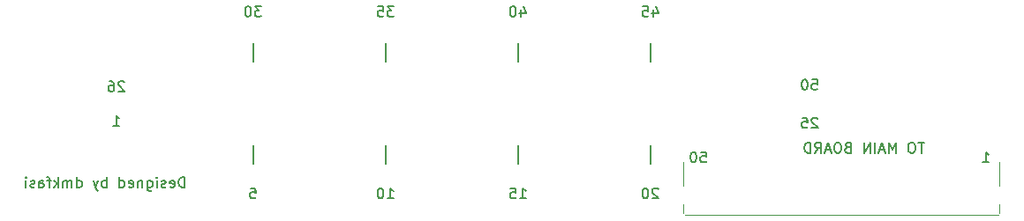
<source format=gbr>
G04 #@! TF.FileFunction,Legend,Bot*
%FSLAX46Y46*%
G04 Gerber Fmt 4.6, Leading zero omitted, Abs format (unit mm)*
G04 Created by KiCad (PCBNEW 4.0.6) date Mon Sep  4 14:46:53 2017*
%MOMM*%
%LPD*%
G01*
G04 APERTURE LIST*
%ADD10C,0.100000*%
%ADD11C,0.150000*%
G04 APERTURE END LIST*
D10*
D11*
X57149048Y-46172381D02*
X57149048Y-45172381D01*
X56910953Y-45172381D01*
X56768095Y-45220000D01*
X56672857Y-45315238D01*
X56625238Y-45410476D01*
X56577619Y-45600952D01*
X56577619Y-45743810D01*
X56625238Y-45934286D01*
X56672857Y-46029524D01*
X56768095Y-46124762D01*
X56910953Y-46172381D01*
X57149048Y-46172381D01*
X55768095Y-46124762D02*
X55863333Y-46172381D01*
X56053810Y-46172381D01*
X56149048Y-46124762D01*
X56196667Y-46029524D01*
X56196667Y-45648571D01*
X56149048Y-45553333D01*
X56053810Y-45505714D01*
X55863333Y-45505714D01*
X55768095Y-45553333D01*
X55720476Y-45648571D01*
X55720476Y-45743810D01*
X56196667Y-45839048D01*
X55339524Y-46124762D02*
X55244286Y-46172381D01*
X55053810Y-46172381D01*
X54958571Y-46124762D01*
X54910952Y-46029524D01*
X54910952Y-45981905D01*
X54958571Y-45886667D01*
X55053810Y-45839048D01*
X55196667Y-45839048D01*
X55291905Y-45791429D01*
X55339524Y-45696190D01*
X55339524Y-45648571D01*
X55291905Y-45553333D01*
X55196667Y-45505714D01*
X55053810Y-45505714D01*
X54958571Y-45553333D01*
X54482381Y-46172381D02*
X54482381Y-45505714D01*
X54482381Y-45172381D02*
X54530000Y-45220000D01*
X54482381Y-45267619D01*
X54434762Y-45220000D01*
X54482381Y-45172381D01*
X54482381Y-45267619D01*
X53577619Y-45505714D02*
X53577619Y-46315238D01*
X53625238Y-46410476D01*
X53672857Y-46458095D01*
X53768096Y-46505714D01*
X53910953Y-46505714D01*
X54006191Y-46458095D01*
X53577619Y-46124762D02*
X53672857Y-46172381D01*
X53863334Y-46172381D01*
X53958572Y-46124762D01*
X54006191Y-46077143D01*
X54053810Y-45981905D01*
X54053810Y-45696190D01*
X54006191Y-45600952D01*
X53958572Y-45553333D01*
X53863334Y-45505714D01*
X53672857Y-45505714D01*
X53577619Y-45553333D01*
X53101429Y-45505714D02*
X53101429Y-46172381D01*
X53101429Y-45600952D02*
X53053810Y-45553333D01*
X52958572Y-45505714D01*
X52815714Y-45505714D01*
X52720476Y-45553333D01*
X52672857Y-45648571D01*
X52672857Y-46172381D01*
X51815714Y-46124762D02*
X51910952Y-46172381D01*
X52101429Y-46172381D01*
X52196667Y-46124762D01*
X52244286Y-46029524D01*
X52244286Y-45648571D01*
X52196667Y-45553333D01*
X52101429Y-45505714D01*
X51910952Y-45505714D01*
X51815714Y-45553333D01*
X51768095Y-45648571D01*
X51768095Y-45743810D01*
X52244286Y-45839048D01*
X50910952Y-46172381D02*
X50910952Y-45172381D01*
X50910952Y-46124762D02*
X51006190Y-46172381D01*
X51196667Y-46172381D01*
X51291905Y-46124762D01*
X51339524Y-46077143D01*
X51387143Y-45981905D01*
X51387143Y-45696190D01*
X51339524Y-45600952D01*
X51291905Y-45553333D01*
X51196667Y-45505714D01*
X51006190Y-45505714D01*
X50910952Y-45553333D01*
X49672857Y-46172381D02*
X49672857Y-45172381D01*
X49672857Y-45553333D02*
X49577619Y-45505714D01*
X49387142Y-45505714D01*
X49291904Y-45553333D01*
X49244285Y-45600952D01*
X49196666Y-45696190D01*
X49196666Y-45981905D01*
X49244285Y-46077143D01*
X49291904Y-46124762D01*
X49387142Y-46172381D01*
X49577619Y-46172381D01*
X49672857Y-46124762D01*
X48863333Y-45505714D02*
X48625238Y-46172381D01*
X48387142Y-45505714D02*
X48625238Y-46172381D01*
X48720476Y-46410476D01*
X48768095Y-46458095D01*
X48863333Y-46505714D01*
X46815713Y-46172381D02*
X46815713Y-45172381D01*
X46815713Y-46124762D02*
X46910951Y-46172381D01*
X47101428Y-46172381D01*
X47196666Y-46124762D01*
X47244285Y-46077143D01*
X47291904Y-45981905D01*
X47291904Y-45696190D01*
X47244285Y-45600952D01*
X47196666Y-45553333D01*
X47101428Y-45505714D01*
X46910951Y-45505714D01*
X46815713Y-45553333D01*
X46339523Y-46172381D02*
X46339523Y-45505714D01*
X46339523Y-45600952D02*
X46291904Y-45553333D01*
X46196666Y-45505714D01*
X46053808Y-45505714D01*
X45958570Y-45553333D01*
X45910951Y-45648571D01*
X45910951Y-46172381D01*
X45910951Y-45648571D02*
X45863332Y-45553333D01*
X45768094Y-45505714D01*
X45625237Y-45505714D01*
X45529999Y-45553333D01*
X45482380Y-45648571D01*
X45482380Y-46172381D01*
X45006190Y-46172381D02*
X45006190Y-45172381D01*
X44910952Y-45791429D02*
X44625237Y-46172381D01*
X44625237Y-45505714D02*
X45006190Y-45886667D01*
X44339523Y-45505714D02*
X43958571Y-45505714D01*
X44196666Y-46172381D02*
X44196666Y-45315238D01*
X44149047Y-45220000D01*
X44053809Y-45172381D01*
X43958571Y-45172381D01*
X43196665Y-46172381D02*
X43196665Y-45648571D01*
X43244284Y-45553333D01*
X43339522Y-45505714D01*
X43529999Y-45505714D01*
X43625237Y-45553333D01*
X43196665Y-46124762D02*
X43291903Y-46172381D01*
X43529999Y-46172381D01*
X43625237Y-46124762D01*
X43672856Y-46029524D01*
X43672856Y-45934286D01*
X43625237Y-45839048D01*
X43529999Y-45791429D01*
X43291903Y-45791429D01*
X43196665Y-45743810D01*
X42768094Y-46124762D02*
X42672856Y-46172381D01*
X42482380Y-46172381D01*
X42387141Y-46124762D01*
X42339522Y-46029524D01*
X42339522Y-45981905D01*
X42387141Y-45886667D01*
X42482380Y-45839048D01*
X42625237Y-45839048D01*
X42720475Y-45791429D01*
X42768094Y-45696190D01*
X42768094Y-45648571D01*
X42720475Y-45553333D01*
X42625237Y-45505714D01*
X42482380Y-45505714D01*
X42387141Y-45553333D01*
X41910951Y-46172381D02*
X41910951Y-45505714D01*
X41910951Y-45172381D02*
X41958570Y-45220000D01*
X41910951Y-45267619D01*
X41863332Y-45220000D01*
X41910951Y-45172381D01*
X41910951Y-45267619D01*
X133699285Y-43759381D02*
X134270714Y-43759381D01*
X133985000Y-43759381D02*
X133985000Y-42759381D01*
X134080238Y-42902238D01*
X134175476Y-42997476D01*
X134270714Y-43045095D01*
X106664095Y-42759381D02*
X107140286Y-42759381D01*
X107187905Y-43235571D01*
X107140286Y-43187952D01*
X107045048Y-43140333D01*
X106806952Y-43140333D01*
X106711714Y-43187952D01*
X106664095Y-43235571D01*
X106616476Y-43330810D01*
X106616476Y-43568905D01*
X106664095Y-43664143D01*
X106711714Y-43711762D01*
X106806952Y-43759381D01*
X107045048Y-43759381D01*
X107140286Y-43711762D01*
X107187905Y-43664143D01*
X105997429Y-42759381D02*
X105902190Y-42759381D01*
X105806952Y-42807000D01*
X105759333Y-42854619D01*
X105711714Y-42949857D01*
X105664095Y-43140333D01*
X105664095Y-43378429D01*
X105711714Y-43568905D01*
X105759333Y-43664143D01*
X105806952Y-43711762D01*
X105902190Y-43759381D01*
X105997429Y-43759381D01*
X106092667Y-43711762D01*
X106140286Y-43664143D01*
X106187905Y-43568905D01*
X106235524Y-43378429D01*
X106235524Y-43140333D01*
X106187905Y-42949857D01*
X106140286Y-42854619D01*
X106092667Y-42807000D01*
X105997429Y-42759381D01*
X63708000Y-43940000D02*
X63708000Y-42100000D01*
X76408000Y-43940000D02*
X76408000Y-42100000D01*
X89118000Y-43940000D02*
X89118000Y-42100000D01*
X101818000Y-43940000D02*
X101818000Y-42100000D01*
X101818000Y-34100000D02*
X101818000Y-32260000D01*
X89118000Y-34100000D02*
X89118000Y-32260000D01*
X76408000Y-34100000D02*
X76408000Y-32260000D01*
X63708000Y-34100000D02*
X63708000Y-32260000D01*
D10*
X135211000Y-48846000D02*
X105111000Y-48846000D01*
X105011000Y-43696000D02*
X105011000Y-45996000D01*
X135311000Y-43696000D02*
X135311000Y-45996000D01*
X135311000Y-47796000D02*
X135311000Y-48646000D01*
X105011000Y-48646000D02*
X105011000Y-47796000D01*
D11*
X117332095Y-35774381D02*
X117808286Y-35774381D01*
X117855905Y-36250571D01*
X117808286Y-36202952D01*
X117713048Y-36155333D01*
X117474952Y-36155333D01*
X117379714Y-36202952D01*
X117332095Y-36250571D01*
X117284476Y-36345810D01*
X117284476Y-36583905D01*
X117332095Y-36679143D01*
X117379714Y-36726762D01*
X117474952Y-36774381D01*
X117713048Y-36774381D01*
X117808286Y-36726762D01*
X117855905Y-36679143D01*
X116665429Y-35774381D02*
X116570190Y-35774381D01*
X116474952Y-35822000D01*
X116427333Y-35869619D01*
X116379714Y-35964857D01*
X116332095Y-36155333D01*
X116332095Y-36393429D01*
X116379714Y-36583905D01*
X116427333Y-36679143D01*
X116474952Y-36726762D01*
X116570190Y-36774381D01*
X116665429Y-36774381D01*
X116760667Y-36726762D01*
X116808286Y-36679143D01*
X116855905Y-36583905D01*
X116903524Y-36393429D01*
X116903524Y-36155333D01*
X116855905Y-35964857D01*
X116808286Y-35869619D01*
X116760667Y-35822000D01*
X116665429Y-35774381D01*
X102103714Y-29086910D02*
X102103714Y-29753577D01*
X102341810Y-28705958D02*
X102579905Y-29420244D01*
X101960857Y-29420244D01*
X101103714Y-28753577D02*
X101579905Y-28753577D01*
X101627524Y-29229767D01*
X101579905Y-29182148D01*
X101484667Y-29134529D01*
X101246571Y-29134529D01*
X101151333Y-29182148D01*
X101103714Y-29229767D01*
X101056095Y-29325006D01*
X101056095Y-29563101D01*
X101103714Y-29658339D01*
X101151333Y-29705958D01*
X101246571Y-29753577D01*
X101484667Y-29753577D01*
X101579905Y-29705958D01*
X101627524Y-29658339D01*
X89403714Y-29086910D02*
X89403714Y-29753577D01*
X89641810Y-28705958D02*
X89879905Y-29420244D01*
X89260857Y-29420244D01*
X88689429Y-28753577D02*
X88594190Y-28753577D01*
X88498952Y-28801196D01*
X88451333Y-28848815D01*
X88403714Y-28944053D01*
X88356095Y-29134529D01*
X88356095Y-29372625D01*
X88403714Y-29563101D01*
X88451333Y-29658339D01*
X88498952Y-29705958D01*
X88594190Y-29753577D01*
X88689429Y-29753577D01*
X88784667Y-29705958D01*
X88832286Y-29658339D01*
X88879905Y-29563101D01*
X88927524Y-29372625D01*
X88927524Y-29134529D01*
X88879905Y-28944053D01*
X88832286Y-28848815D01*
X88784667Y-28801196D01*
X88689429Y-28753577D01*
X77227524Y-28753577D02*
X76608476Y-28753577D01*
X76941810Y-29134529D01*
X76798952Y-29134529D01*
X76703714Y-29182148D01*
X76656095Y-29229767D01*
X76608476Y-29325006D01*
X76608476Y-29563101D01*
X76656095Y-29658339D01*
X76703714Y-29705958D01*
X76798952Y-29753577D01*
X77084667Y-29753577D01*
X77179905Y-29705958D01*
X77227524Y-29658339D01*
X75703714Y-28753577D02*
X76179905Y-28753577D01*
X76227524Y-29229767D01*
X76179905Y-29182148D01*
X76084667Y-29134529D01*
X75846571Y-29134529D01*
X75751333Y-29182148D01*
X75703714Y-29229767D01*
X75656095Y-29325006D01*
X75656095Y-29563101D01*
X75703714Y-29658339D01*
X75751333Y-29705958D01*
X75846571Y-29753577D01*
X76084667Y-29753577D01*
X76179905Y-29705958D01*
X76227524Y-29658339D01*
X64517524Y-28753577D02*
X63898476Y-28753577D01*
X64231810Y-29134529D01*
X64088952Y-29134529D01*
X63993714Y-29182148D01*
X63946095Y-29229767D01*
X63898476Y-29325006D01*
X63898476Y-29563101D01*
X63946095Y-29658339D01*
X63993714Y-29705958D01*
X64088952Y-29753577D01*
X64374667Y-29753577D01*
X64469905Y-29705958D01*
X64517524Y-29658339D01*
X63279429Y-28753577D02*
X63184190Y-28753577D01*
X63088952Y-28801196D01*
X63041333Y-28848815D01*
X62993714Y-28944053D01*
X62946095Y-29134529D01*
X62946095Y-29372625D01*
X62993714Y-29563101D01*
X63041333Y-29658339D01*
X63088952Y-29705958D01*
X63184190Y-29753577D01*
X63279429Y-29753577D01*
X63374667Y-29705958D01*
X63422286Y-29658339D01*
X63469905Y-29563101D01*
X63517524Y-29372625D01*
X63517524Y-29134529D01*
X63469905Y-28944053D01*
X63422286Y-28848815D01*
X63374667Y-28801196D01*
X63279429Y-28753577D01*
X51361905Y-36047619D02*
X51314286Y-36000000D01*
X51219048Y-35952381D01*
X50980952Y-35952381D01*
X50885714Y-36000000D01*
X50838095Y-36047619D01*
X50790476Y-36142857D01*
X50790476Y-36238095D01*
X50838095Y-36380952D01*
X51409524Y-36952381D01*
X50790476Y-36952381D01*
X49933333Y-35952381D02*
X50123810Y-35952381D01*
X50219048Y-36000000D01*
X50266667Y-36047619D01*
X50361905Y-36190476D01*
X50409524Y-36380952D01*
X50409524Y-36761905D01*
X50361905Y-36857143D01*
X50314286Y-36904762D01*
X50219048Y-36952381D01*
X50028571Y-36952381D01*
X49933333Y-36904762D01*
X49885714Y-36857143D01*
X49838095Y-36761905D01*
X49838095Y-36523810D01*
X49885714Y-36428571D01*
X49933333Y-36380952D01*
X50028571Y-36333333D01*
X50219048Y-36333333D01*
X50314286Y-36380952D01*
X50361905Y-36428571D01*
X50409524Y-36523810D01*
X117855905Y-39552619D02*
X117808286Y-39505000D01*
X117713048Y-39457381D01*
X117474952Y-39457381D01*
X117379714Y-39505000D01*
X117332095Y-39552619D01*
X117284476Y-39647857D01*
X117284476Y-39743095D01*
X117332095Y-39885952D01*
X117903524Y-40457381D01*
X117284476Y-40457381D01*
X116379714Y-39457381D02*
X116855905Y-39457381D01*
X116903524Y-39933571D01*
X116855905Y-39885952D01*
X116760667Y-39838333D01*
X116522571Y-39838333D01*
X116427333Y-39885952D01*
X116379714Y-39933571D01*
X116332095Y-40028810D01*
X116332095Y-40266905D01*
X116379714Y-40362143D01*
X116427333Y-40409762D01*
X116522571Y-40457381D01*
X116760667Y-40457381D01*
X116855905Y-40409762D01*
X116903524Y-40362143D01*
X102579905Y-46324781D02*
X102532286Y-46277162D01*
X102437048Y-46229543D01*
X102198952Y-46229543D01*
X102103714Y-46277162D01*
X102056095Y-46324781D01*
X102008476Y-46420019D01*
X102008476Y-46515257D01*
X102056095Y-46658114D01*
X102627524Y-47229543D01*
X102008476Y-47229543D01*
X101389429Y-46229543D02*
X101294190Y-46229543D01*
X101198952Y-46277162D01*
X101151333Y-46324781D01*
X101103714Y-46420019D01*
X101056095Y-46610495D01*
X101056095Y-46848591D01*
X101103714Y-47039067D01*
X101151333Y-47134305D01*
X101198952Y-47181924D01*
X101294190Y-47229543D01*
X101389429Y-47229543D01*
X101484667Y-47181924D01*
X101532286Y-47134305D01*
X101579905Y-47039067D01*
X101627524Y-46848591D01*
X101627524Y-46610495D01*
X101579905Y-46420019D01*
X101532286Y-46324781D01*
X101484667Y-46277162D01*
X101389429Y-46229543D01*
X89308476Y-47229543D02*
X89879905Y-47229543D01*
X89594191Y-47229543D02*
X89594191Y-46229543D01*
X89689429Y-46372400D01*
X89784667Y-46467638D01*
X89879905Y-46515257D01*
X88403714Y-46229543D02*
X88879905Y-46229543D01*
X88927524Y-46705733D01*
X88879905Y-46658114D01*
X88784667Y-46610495D01*
X88546571Y-46610495D01*
X88451333Y-46658114D01*
X88403714Y-46705733D01*
X88356095Y-46800972D01*
X88356095Y-47039067D01*
X88403714Y-47134305D01*
X88451333Y-47181924D01*
X88546571Y-47229543D01*
X88784667Y-47229543D01*
X88879905Y-47181924D01*
X88927524Y-47134305D01*
X76598476Y-47229543D02*
X77169905Y-47229543D01*
X76884191Y-47229543D02*
X76884191Y-46229543D01*
X76979429Y-46372400D01*
X77074667Y-46467638D01*
X77169905Y-46515257D01*
X75979429Y-46229543D02*
X75884190Y-46229543D01*
X75788952Y-46277162D01*
X75741333Y-46324781D01*
X75693714Y-46420019D01*
X75646095Y-46610495D01*
X75646095Y-46848591D01*
X75693714Y-47039067D01*
X75741333Y-47134305D01*
X75788952Y-47181924D01*
X75884190Y-47229543D01*
X75979429Y-47229543D01*
X76074667Y-47181924D01*
X76122286Y-47134305D01*
X76169905Y-47039067D01*
X76217524Y-46848591D01*
X76217524Y-46610495D01*
X76169905Y-46420019D01*
X76122286Y-46324781D01*
X76074667Y-46277162D01*
X75979429Y-46229543D01*
X63469904Y-46229543D02*
X63946095Y-46229543D01*
X63993714Y-46705733D01*
X63946095Y-46658114D01*
X63850857Y-46610495D01*
X63612761Y-46610495D01*
X63517523Y-46658114D01*
X63469904Y-46705733D01*
X63422285Y-46800972D01*
X63422285Y-47039067D01*
X63469904Y-47134305D01*
X63517523Y-47181924D01*
X63612761Y-47229543D01*
X63850857Y-47229543D01*
X63946095Y-47181924D01*
X63993714Y-47134305D01*
X50314285Y-40252381D02*
X50885714Y-40252381D01*
X50600000Y-40252381D02*
X50600000Y-39252381D01*
X50695238Y-39395238D01*
X50790476Y-39490476D01*
X50885714Y-39538095D01*
X128085714Y-41852381D02*
X127514285Y-41852381D01*
X127800000Y-42852381D02*
X127800000Y-41852381D01*
X126990476Y-41852381D02*
X126799999Y-41852381D01*
X126704761Y-41900000D01*
X126609523Y-41995238D01*
X126561904Y-42185714D01*
X126561904Y-42519048D01*
X126609523Y-42709524D01*
X126704761Y-42804762D01*
X126799999Y-42852381D01*
X126990476Y-42852381D01*
X127085714Y-42804762D01*
X127180952Y-42709524D01*
X127228571Y-42519048D01*
X127228571Y-42185714D01*
X127180952Y-41995238D01*
X127085714Y-41900000D01*
X126990476Y-41852381D01*
X125371428Y-42852381D02*
X125371428Y-41852381D01*
X125038094Y-42566667D01*
X124704761Y-41852381D01*
X124704761Y-42852381D01*
X124276190Y-42566667D02*
X123799999Y-42566667D01*
X124371428Y-42852381D02*
X124038095Y-41852381D01*
X123704761Y-42852381D01*
X123371428Y-42852381D02*
X123371428Y-41852381D01*
X122895238Y-42852381D02*
X122895238Y-41852381D01*
X122323809Y-42852381D01*
X122323809Y-41852381D01*
X120752380Y-42328571D02*
X120609523Y-42376190D01*
X120561904Y-42423810D01*
X120514285Y-42519048D01*
X120514285Y-42661905D01*
X120561904Y-42757143D01*
X120609523Y-42804762D01*
X120704761Y-42852381D01*
X121085714Y-42852381D01*
X121085714Y-41852381D01*
X120752380Y-41852381D01*
X120657142Y-41900000D01*
X120609523Y-41947619D01*
X120561904Y-42042857D01*
X120561904Y-42138095D01*
X120609523Y-42233333D01*
X120657142Y-42280952D01*
X120752380Y-42328571D01*
X121085714Y-42328571D01*
X119895238Y-41852381D02*
X119704761Y-41852381D01*
X119609523Y-41900000D01*
X119514285Y-41995238D01*
X119466666Y-42185714D01*
X119466666Y-42519048D01*
X119514285Y-42709524D01*
X119609523Y-42804762D01*
X119704761Y-42852381D01*
X119895238Y-42852381D01*
X119990476Y-42804762D01*
X120085714Y-42709524D01*
X120133333Y-42519048D01*
X120133333Y-42185714D01*
X120085714Y-41995238D01*
X119990476Y-41900000D01*
X119895238Y-41852381D01*
X119085714Y-42566667D02*
X118609523Y-42566667D01*
X119180952Y-42852381D02*
X118847619Y-41852381D01*
X118514285Y-42852381D01*
X117609523Y-42852381D02*
X117942857Y-42376190D01*
X118180952Y-42852381D02*
X118180952Y-41852381D01*
X117799999Y-41852381D01*
X117704761Y-41900000D01*
X117657142Y-41947619D01*
X117609523Y-42042857D01*
X117609523Y-42185714D01*
X117657142Y-42280952D01*
X117704761Y-42328571D01*
X117799999Y-42376190D01*
X118180952Y-42376190D01*
X117180952Y-42852381D02*
X117180952Y-41852381D01*
X116942857Y-41852381D01*
X116799999Y-41900000D01*
X116704761Y-41995238D01*
X116657142Y-42090476D01*
X116609523Y-42280952D01*
X116609523Y-42423810D01*
X116657142Y-42614286D01*
X116704761Y-42709524D01*
X116799999Y-42804762D01*
X116942857Y-42852381D01*
X117180952Y-42852381D01*
M02*

</source>
